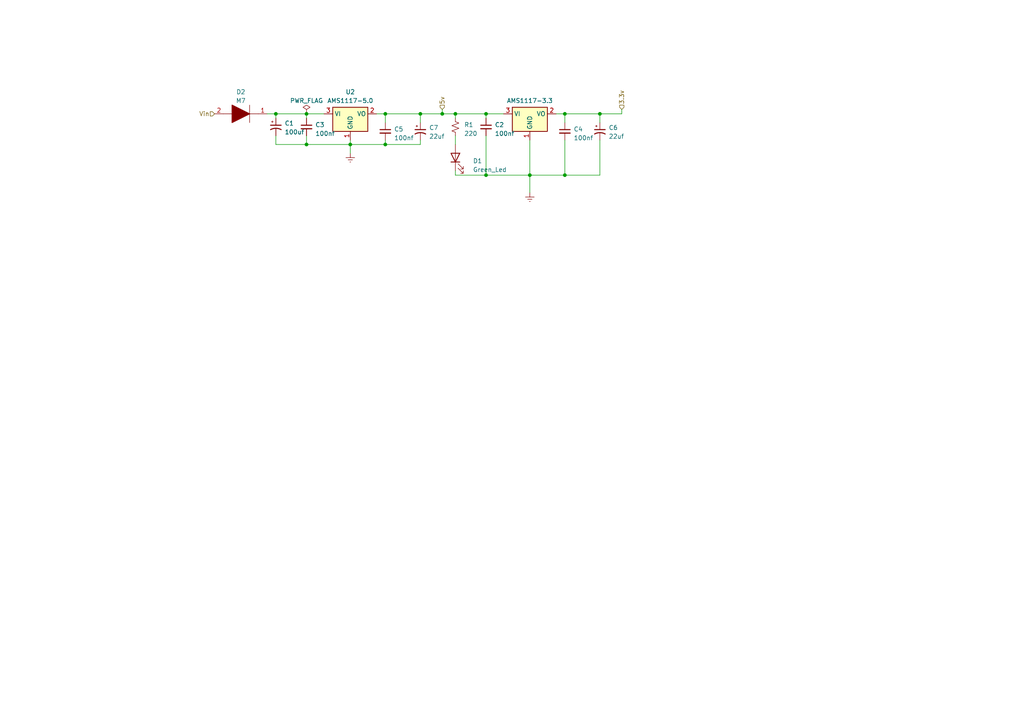
<source format=kicad_sch>
(kicad_sch (version 20230121) (generator eeschema)
  (paper "A4")
  (lib_symbols
    (symbol "Device:C_Polarized_Small_US" (pin_numbers hide) (pin_names (offset 0.254) hide)
      (property "Reference" "C" (at 0.254 1.778 0))
      (property "Value" "C_Polarized_Small_US" (at 0.254 -2.032 0))
      (symbol "C_Polarized_Small_US_0_1"
        (polyline (pts (xy -1.524 0.508) (xy 1.524 0.508)) (stroke (width 0.3048)))
        (polyline (pts (xy -1.27 1.524) (xy -0.762 1.524)))
        (polyline (pts (xy -1.016 1.27) (xy -1.016 1.778)))
        (arc (start 1.524 -0.762) (mid 0 -0.3734) (end -1.524 -0.762) (stroke (width 0.3048)))
      )
      (symbol "C_Polarized_Small_US_1_1"
        (pin passive line (at 0 2.54 270) (length 2.032) (name "~") (number "1"))
        (pin passive line (at 0 -2.54 90) (length 2.032) (name "~") (number "2"))
      )
    )
    (symbol "Device:C_Small" (pin_numbers hide) (pin_names (offset 0.254) hide)
      (property "Reference" "C" (at 0.254 1.778 0))
      (property "Value" "C_Small" (at 0.254 -2.032 0))
      (symbol "C_Small_0_1"
        (polyline (pts (xy -1.524 -0.508) (xy 1.524 -0.508)) (stroke (width 0.3302)))
        (polyline (pts (xy -1.524 0.508) (xy 1.524 0.508)) (stroke (width 0.3048)))
      )
      (symbol "C_Small_1_1"
        (pin passive line (at 0 2.54 270) (length 2.032) (name "~") (number "1"))
        (pin passive line (at 0 -2.54 90) (length 2.032) (name "~") (number "2"))
      )
    )
    (symbol "Device:LED" (pin_numbers hide) (pin_names (offset 1.016) hide)
      (property "Reference" "D" (at 0 2.54 0))
      (property "Value" "LED" (at 0 -2.54 0))
      (symbol "LED_0_1"
        (polyline (pts (xy -1.27 -1.27) (xy -1.27 1.27)) (stroke (width 0.254)))
        (polyline (pts (xy -1.27 0) (xy 1.27 0)))
        (polyline (pts (xy 1.27 -1.27) (xy 1.27 1.27) (xy -1.27 0) (xy 1.27 -1.27)) (stroke (width 0.254)))
        (polyline (pts (xy -3.048 -0.762) (xy -4.572 -2.286) (xy -3.81 -2.286) (xy -4.572 -2.286) (xy -4.572 -1.524)))
        (polyline (pts (xy -1.778 -0.762) (xy -3.302 -2.286) (xy -2.54 -2.286) (xy -3.302 -2.286) (xy -3.302 -1.524)))
      )
      (symbol "LED_1_1"
        (pin passive line (at -3.81 0 0) (length 2.54) (name "K") (number "1"))
        (pin passive line (at 3.81 0 180) (length 2.54) (name "A") (number "2"))
      )
    )
    (symbol "Device:R_Small_US" (pin_numbers hide) (pin_names (offset 0.254) hide)
      (property "Reference" "R" (at 0.762 0.508 0))
      (property "Value" "R_Small_US" (at 0.762 -1.016 0))
      (symbol "R_Small_US_1_1"
        (polyline (pts (xy 0 0) (xy 1.016 -0.381) (xy 0 -0.762) (xy -1.016 -1.143) (xy 0 -1.524)))
        (polyline (pts (xy 0 1.524) (xy 1.016 1.143) (xy 0 0.762) (xy -1.016 0.381) (xy 0 0)))
        (pin passive line (at 0 2.54 270) (length 1.016) (name "~") (number "1"))
        (pin passive line (at 0 -2.54 90) (length 1.016) (name "~") (number "2"))
      )
    )
    (symbol "M7:M7" (pin_names (offset 0.762))
      (property "Reference" "D" (at 11.43 5.08 0))
      (property "Value" "M7" (at 11.43 2.54 0))
      (symbol "M7_0_0"
        (pin passive line (at 0 0 0) (length 2.54) (name "~") (number "1"))
        (pin passive line (at 15.24 0 180) (length 2.54) (name "~") (number "2"))
      )
      (symbol "M7_0_1"
        (polyline (pts (xy 2.54 0) (xy 5.08 0)) (stroke (width 0.1524)))
        (polyline (pts (xy 5.08 2.54) (xy 5.08 -2.54)) (stroke (width 0.1524)))
        (polyline (pts (xy 10.16 0) (xy 12.7 0)) (stroke (width 0.1524)))
        (polyline (pts (xy 5.08 0) (xy 10.16 2.54) (xy 10.16 -2.54) (xy 5.08 0)) (stroke (width 0.254)) (fill (type outline)))
      )
    )
    (symbol "Regulator_Linear:AMS1117-3.3"
      (property "Reference" "U" (at -3.81 3.175 0))
      (property "Value" "AMS1117-3.3" (at 0 3.175 0))
      (symbol "AMS1117-3.3_0_1"
        (rectangle (start -5.08 -5.08) (end 5.08 1.905) (stroke (width 0.254)) (fill (type background)))
      )
      (symbol "AMS1117-3.3_1_1"
        (pin power_in line (at 0 -7.62 90) (length 2.54) (name "GND") (number "1"))
        (pin power_out line (at 7.62 0 180) (length 2.54) (name "VO") (number "2"))
        (pin power_in line (at -7.62 0 0) (length 2.54) (name "VI") (number "3"))
      )
    )
    (symbol "Regulator_Linear:AMS1117-5.0"
      (property "Reference" "U" (at -3.81 3.175 0))
      (property "Value" "AMS1117-5.0" (at 0 3.175 0))
      (symbol "AMS1117-5.0_0_1"
        (rectangle (start -5.08 -5.08) (end 5.08 1.905) (stroke (width 0.254)) (fill (type background)))
      )
      (symbol "AMS1117-5.0_1_1"
        (pin power_in line (at 0 -7.62 90) (length 2.54) (name "GND") (number "1"))
        (pin power_out line (at 7.62 0 180) (length 2.54) (name "VO") (number "2"))
        (pin power_in line (at -7.62 0 0) (length 2.54) (name "VI") (number "3"))
      )
    )
    (symbol "power:Earth" (power) (pin_names (offset 0))
      (symbol "Earth_0_1"
        (polyline (pts (xy -0.635 -1.905) (xy 0.635 -1.905)))
        (polyline (pts (xy -0.127 -2.54) (xy 0.127 -2.54)))
        (polyline (pts (xy 0 -1.27) (xy 0 0)))
        (polyline (pts (xy 1.27 -1.27) (xy -1.27 -1.27)))
      )
      (symbol "Earth_1_1"
        (pin power_in line (at 0 0 270) (length 0) hide (name "Earth") (number "1"))
      )
    )
    (symbol "power:PWR_FLAG" (power) (pin_numbers hide) (pin_names (offset 0) hide)
      (property "Value" "PWR_FLAG" (at 0 3.81 0))
      (symbol "PWR_FLAG_0_0"
        (pin power_out line (at 0 0 90) (length 0) (name "pwr") (number "1"))
      )
      (symbol "PWR_FLAG_0_1"
        (polyline (pts (xy 0 0) (xy 0 1.27) (xy -1.016 1.905) (xy 0 2.54) (xy 1.016 1.905) (xy 0 1.27)))
      )
    )
  )
  (junction (at 140.97 33.02))
  (junction (at 80.01 33.02))
  (junction (at 88.9 41.91))
  (junction (at 128.27 33.02))
  (junction (at 121.92 33.02))
  (junction (at 163.83 50.8))
  (junction (at 173.99 33.02))
  (junction (at 153.67 50.8))
  (junction (at 132.08 33.02))
  (junction (at 163.83 33.02))
  (junction (at 111.76 33.02))
  (junction (at 101.6 41.91))
  (junction (at 111.76 41.91))
  (junction (at 140.97 50.8))
  (junction (at 88.9 33.02))
  (wire (pts (xy 121.92 33.02) (xy 128.27 33.02)))
  (wire (pts (xy 163.83 33.02) (xy 163.83 35.56)))
  (wire (pts (xy 128.27 31.75) (xy 128.27 33.02)))
  (wire (pts (xy 121.92 41.91) (xy 111.76 41.91)))
  (wire (pts (xy 180.34 31.75) (xy 180.34 33.02)))
  (wire (pts (xy 88.9 33.02) (xy 93.98 33.02)))
  (wire (pts (xy 80.01 41.91) (xy 88.9 41.91)))
  (wire (pts (xy 132.08 33.02) (xy 140.97 33.02)))
  (wire (pts (xy 109.22 33.02) (xy 111.76 33.02)))
  (wire (pts (xy 132.08 49.53) (xy 132.08 50.8)))
  (wire (pts (xy 101.6 41.91) (xy 101.6 44.45)))
  (wire (pts (xy 80.01 33.02) (xy 88.9 33.02)))
  (wire (pts (xy 77.47 33.02) (xy 80.01 33.02)))
  (wire (pts (xy 161.29 33.02) (xy 163.83 33.02)))
  (wire (pts (xy 163.83 33.02) (xy 173.99 33.02)))
  (wire (pts (xy 173.99 33.02) (xy 180.34 33.02)))
  (wire (pts (xy 121.92 40.64) (xy 121.92 41.91)))
  (wire (pts (xy 173.99 33.02) (xy 173.99 35.56)))
  (wire (pts (xy 101.6 41.91) (xy 101.6 40.64)))
  (wire (pts (xy 111.76 33.02) (xy 121.92 33.02)))
  (wire (pts (xy 140.97 33.02) (xy 146.05 33.02)))
  (wire (pts (xy 132.08 39.37) (xy 132.08 41.91)))
  (wire (pts (xy 88.9 41.91) (xy 101.6 41.91)))
  (wire (pts (xy 111.76 40.64) (xy 111.76 41.91)))
  (wire (pts (xy 128.27 33.02) (xy 132.08 33.02)))
  (wire (pts (xy 140.97 33.02) (xy 140.97 34.29)))
  (wire (pts (xy 101.6 41.91) (xy 111.76 41.91)))
  (wire (pts (xy 88.9 33.02) (xy 88.9 34.29)))
  (wire (pts (xy 88.9 39.37) (xy 88.9 41.91)))
  (wire (pts (xy 121.92 33.02) (xy 121.92 35.56)))
  (wire (pts (xy 140.97 39.37) (xy 140.97 50.8)))
  (wire (pts (xy 153.67 50.8) (xy 153.67 55.88)))
  (wire (pts (xy 111.76 33.02) (xy 111.76 35.56)))
  (wire (pts (xy 132.08 50.8) (xy 140.97 50.8)))
  (wire (pts (xy 80.01 33.02) (xy 80.01 34.29)))
  (wire (pts (xy 163.83 40.64) (xy 163.83 50.8)))
  (wire (pts (xy 173.99 40.64) (xy 173.99 50.8)))
  (wire (pts (xy 153.67 50.8) (xy 163.83 50.8)))
  (wire (pts (xy 140.97 50.8) (xy 153.67 50.8)))
  (wire (pts (xy 80.01 39.37) (xy 80.01 41.91)))
  (wire (pts (xy 132.08 33.02) (xy 132.08 34.29)))
  (wire (pts (xy 163.83 50.8) (xy 173.99 50.8)))
  (wire (pts (xy 153.67 40.64) (xy 153.67 50.8)))
  (hierarchical_label "3.3v" (shape input) (at 180.34 31.75 90))
  (hierarchical_label "5v" (shape input) (at 128.27 31.75 90))
  (hierarchical_label "Vin" (shape input) (at 62.23 33.02 180))
  (symbol (lib_id "Device:C_Small") (at 111.76 38.1 0) (unit 1)
    (property "Reference" "C5" (at 114.3 37.4713 0) (effects (justify left)))
    (property "Value" "100nf" (at 114.3 40.0113 0) (effects (justify left)))
    (property "Footprint" "Capacitor_SMD:C_0201_0603Metric" (effects hide))
    (property "Datasheet" "https://www.mouser.com/datasheet/2/212/KEM_C1023_X7R_AUTO_SMD-1093309.pdf" (effects hide))
    (property "Manufacturer_Part_Number" "C0603C104K5RAC3121" (effects hide))
    (property "Mouser Price/Stock" "https://www.mouser.com/ProductDetail/KEMET/C0603C104K5RAC3121?qs=oBCMsStVSxe1EkGyoyETtg%3D%3D" (effects hide))
  )
  (symbol (lib_id "power:Earth") (at 101.6 44.45 0) (unit 1)
    (property "Reference" "#PWR03" (effects hide))
    (property "Value" "Earth" (effects hide))
    (instances (project "reguladores" (path "" (reference "#PWR03") (unit 1))) (project "Proyecto kiss" (path "" (reference "#PWR03") (unit 1)) (path "" (reference "#PWR05") (unit 1))))
  )
  (symbol (lib_id "Device:R_Small_US") (at 132.08 36.83 0) (unit 1)
    (property "Reference" "R1" (at 134.62 36.195 0) (effects (justify left)))
    (property "Value" "220" (at 134.62 38.735 0) (effects (justify left)))
    (property "Footprint" "Resistor_SMD:R_0201_0603Metric" (effects hide))
    (property "Datasheet" "https://www.mouser.com/datasheet/2/427/crcw0201e3-1761851.pdf" (effects hide))
    (property "Manufacturer_Part_Number" "CRCW0201220KFKED" (effects hide))
    (property "Mouser Price/Stock" "https://www.mouser.com/ProductDetail/Vishay-Dale/CRCW0201220KFKED?qs=NYScm%2FwlDDYNqmB%252BWqlp%252Bw%3D%3D" (effects hide))
  )
  (symbol (lib_id "M7:M7") (at 77.47 33.02 180) (unit 1)
    (property "Reference" "D2" (at 69.85 26.67 0))
    (property "Value" "M7" (at 69.85 29.21 0))
    (property "Footprint" "M7:DIOM5327X240N" (effects hide))
    (property "Datasheet" "https://www.mouser.in/datasheet/2/849/m1-2577421.pdf" (effects hide))
    (property "Description" "Standard recovery rectifier diode" (effects hide))
    (property "Height" "2.4" (effects hide))
    (property "Mouser Part Number" "637-M7" (effects hide))
    (property "Mouser Price/Stock" "https://www.mouser.co.uk/ProductDetail/Diotec-Semiconductor/M7?qs=OlC7AqGiEDln9itgkDD%2F2A%3D%3D" (effects hide))
    (property "Manufacturer_Name" "Diotec" (effects hide))
    (property "Manufacturer_Part_Number" "M7" (effects hide))
    (instances (project "reguladores" (path "" (reference "D2") (unit 1))) (project "Proyecto kiss" (path "" (reference "D2") (unit 1)) (path "" (reference "D1") (unit 1))))
  )
  (symbol (lib_id "Device:C_Small") (at 163.83 38.1 0) (unit 1)
    (property "Reference" "C4" (at 166.37 37.4713 0) (effects (justify left)))
    (property "Value" "100nf" (at 166.37 40.0113 0) (effects (justify left)))
    (property "Footprint" "Capacitor_SMD:C_0201_0603Metric" (effects hide))
    (property "Datasheet" "https://www.mouser.com/datasheet/2/212/KEM_C1023_X7R_AUTO_SMD-1093309.pdf" (effects hide))
    (property "Manufacturer_Part_Number" "C0603C104K5RAC3121" (effects hide))
    (property "Mouser Price/Stock" "https://www.mouser.com/ProductDetail/KEMET/C0603C104K5RAC3121?qs=oBCMsStVSxe1EkGyoyETtg%3D%3D" (effects hide))
  )
  (symbol (lib_id "Device:C_Polarized_Small_US") (at 80.01 36.83 0) (unit 1)
    (property "Reference" "C1" (at 82.55 35.7632 0) (effects (justify left)))
    (property "Value" "100uf" (at 82.55 38.3032 0) (effects (justify left)))
    (property "Footprint" "Capacitor_SMD:CP_Elec_6.3x5.4" (effects hide))
    (property "Datasheet" "https://www.mouser.com/datasheet/2/88/AVS-3081846.pdf" (effects hide))
    (property "Manufacturer_Part_Number" "AVS107M16D16T-F" (effects hide))
    (property "Mouser Price/Stock" "https://www.mouser.com/ProductDetail/Cornell-Dubilier-CDE/AVS107M16D16T-F?qs=u%2FwaHUGkize1SB4PlytTlQ%3D%3D" (effects hide))
  )
  (symbol (lib_id "Device:C_Polarized_Small_US") (at 173.99 38.1 0) (unit 1)
    (property "Reference" "C6" (at 176.53 37.0332 0) (effects (justify left)))
    (property "Value" "22uf" (at 176.53 39.5732 0) (effects (justify left)))
    (property "Footprint" "Capacitor_SMD:CP_Elec_4x5.4" (effects hide))
    (property "Datasheet" "https://www.mouser.com/datasheet/2/212/KEM_A4049_EDH-1102962.pdf" (effects hide))
    (property "Manufacturer_Part_Number" "EDH226M016S9BAA" (effects hide))
    (property "Mouser Price/Stock" "https://www.mouser.com/ProductDetail/KEMET/EDH226M016S9BAA?qs=E9QF1UCAUX7nxIYoqFIcRw%3D%3D" (effects hide))
  )
  (symbol (lib_id "Device:C_Polarized_Small_US") (at 121.92 38.1 0) (unit 1)
    (property "Reference" "C7" (at 124.46 37.0332 0) (effects (justify left)))
    (property "Value" "22uf" (at 124.46 39.5732 0) (effects (justify left)))
    (property "Footprint" "Capacitor_SMD:CP_Elec_4x5.4" (effects hide))
    (property "Datasheet" "https://www.mouser.com/datasheet/2/212/KEM_A4049_EDH-1102962.pdf" (effects hide))
    (property "Manufacturer_Part_Number" "EDH226M016S9BAA" (effects hide))
    (property "Mouser Price/Stock" "https://www.mouser.com/ProductDetail/KEMET/EDH226M016S9BAA?qs=E9QF1UCAUX7nxIYoqFIcRw%3D%3D" (effects hide))
  )
  (symbol (lib_id "Device:C_Small") (at 88.9 36.83 0) (unit 1)
    (property "Reference" "C3" (at 91.44 36.2013 0) (effects (justify left)))
    (property "Value" "100nf" (at 91.44 38.7413 0) (effects (justify left)))
    (property "Footprint" "Capacitor_SMD:C_0201_0603Metric" (effects hide))
    (property "Datasheet" "https://www.mouser.com/datasheet/2/212/KEM_C1023_X7R_AUTO_SMD-1093309.pdf" (effects hide))
    (property "Manufacturer_Part_Number" "C0603C104K5RAC3121" (effects hide))
    (property "Mouser Price/Stock" "https://www.mouser.com/ProductDetail/KEMET/C0603C104K5RAC3121?qs=oBCMsStVSxe1EkGyoyETtg%3D%3D" (effects hide))
  )
  (symbol (lib_id "Device:LED") (at 132.08 45.72 90) (unit 1)
    (property "Reference" "D1" (at 137.16 46.6725 90) (effects (justify right)))
    (property "Value" "Green_Led" (at 137.16 49.2125 90) (effects (justify right)))
    (property "Footprint" "LED_SMD:LED_1206_3216Metric" (effects hide))
    (property "Datasheet" "https://www.rohm.com/datasheet?p=SML-S13PT&dist=Mouser&media=referral&source=mouser.com&campaign=Mouser" (effects hide))
    (property "Manufacturer_Part_Number" "SML-S13PTT68" (effects hide))
    (property "Mouser Price/Stock" "https://www.mouser.com/ProductDetail/ROHM-Semiconductor/SML-S13PTT68?qs=4v%252BiZTmLVHF1CiFCK4FhNg%3D%3D" (effects hide))
    (instances (project "reguladores" (path "" (reference "D1") (unit 1))) (project "Proyecto kiss" (path "" (reference "D1") (unit 1)) (path "" (reference "D2") (unit 1))))
  )
  (symbol (lib_id "Regulator_Linear:AMS1117-5.0") (at 101.6 33.02 0) (unit 1)
    (property "Reference" "U2" (at 101.6 26.67 0))
    (property "Value" "AMS1117-5.0" (at 101.6 29.21 0))
    (property "Footprint" "Package_TO_SOT_SMD:SOT-223-3_TabPin2" (effects hide))
    (property "Datasheet" "https://www.ti.com/general/docs/suppproductinfo.tsp?distId=26&gotoUrl=https://www.ti.com/lit/gpn/reg1117" (effects hide))
    (property "Manufacturer_Part_Number" "REG1117-5" (effects hide))
    (property "Mouser Price/Stock" "https://www.mouser.com/ProductDetail/Texas-Instruments/REG1117-5?qs=sSOk4GDDv7yzZiRJiNDqvA%3D%3D" (effects hide))
  )
  (symbol (lib_id "power:Earth") (at 153.67 55.88 0) (unit 1)
    (property "Reference" "#PWR02" (effects hide))
    (property "Value" "Earth" (effects hide))
    (instances (project "reguladores" (path "" (reference "#PWR02") (unit 1))) (project "Proyecto kiss" (path "" (reference "#PWR02") (unit 1)) (path "" (reference "#PWR03") (unit 1))))
  )
  (symbol (lib_id "power:PWR_FLAG") (at 88.9 33.02 0) (unit 1)
    (property "Reference" "#FLG02" (effects hide))
    (property "Value" "PWR_FLAG" (at 88.9 29.21 0))
  )
  (symbol (lib_id "Regulator_Linear:AMS1117-3.3") (at 153.67 33.02 0) (unit 1)
    (property "Reference" "U1" (effects hide))
    (property "Value" "AMS1117-3.3" (at 153.67 29.21 0))
    (property "Footprint" "Package_TO_SOT_SMD:SOT-223-3_TabPin2" (effects hide))
    (property "Datasheet" "https://www.ti.com/general/docs/suppproductinfo.tsp?distId=26&gotoUrl=https://www.ti.com/lit/gpn/reg1117" (effects hide))
    (property "Manufacturer_Part_Number" "REG1117-3.3" (effects hide))
    (property "Mouser Price/Stock" "https://www.mouser.com/ProductDetail/Texas-Instruments/REG1117-3.3?qs=sSOk4GDDv7y9bL0tER%2FZXw%3D%3D" (effects hide))
  )
  (symbol (lib_id "Device:C_Small") (at 140.97 36.83 0) (unit 1)
    (property "Reference" "C2" (at 143.51 36.2013 0) (effects (justify left)))
    (property "Value" "100nf" (at 143.51 38.7413 0) (effects (justify left)))
    (property "Footprint" "Capacitor_SMD:C_0201_0603Metric" (effects hide))
    (property "Datasheet" "https://www.mouser.com/datasheet/2/212/KEM_C1023_X7R_AUTO_SMD-1093309.pdf" (effects hide))
    (property "Manufacturer_Part_Number" "C0603C104K5RAC3121" (effects hide))
    (property "Mouser Price/Stock" "https://www.mouser.com/ProductDetail/KEMET/C0603C104K5RAC3121?qs=oBCMsStVSxe1EkGyoyETtg%3D%3D" (effects hide))
  )
)
</source>
